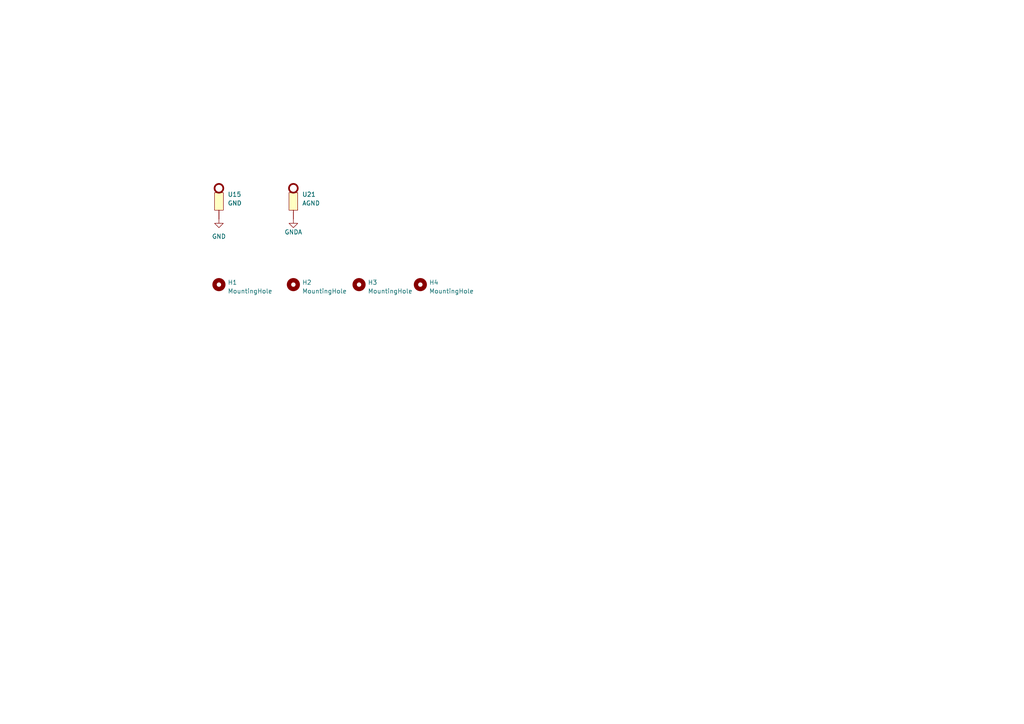
<source format=kicad_sch>
(kicad_sch (version 20230121) (generator eeschema)
  (paper "A4")
  (lib_symbols
    (symbol "05_HPM_Conn:TEST_RING"
      (property "Reference" "U" (at 0 0 0))
      (property "Value" "TEST_RING" (at 0 0 0))
      (symbol "TEST_RING_0_1"
        (rectangle (start -1.27 -1.27) (end 1.27 -6.35) (fill (type background)))
        (circle (center 0 0) (radius 1.27) (stroke (width 0.5)))
      )
      (symbol "TEST_RING_1_1"
        (pin input line (at 0 -8.89 90) (length 2.54) (name "") (number "1"))
      )
    )
    (symbol "Mechanical:MountingHole" (pin_names (offset 1.016))
      (property "Reference" "H" (at 0 5.08 0))
      (property "Value" "MountingHole" (at 0 3.175 0))
      (symbol "MountingHole_0_1"
        (circle (center 0 0) (radius 1.27) (stroke (width 1.27)))
      )
    )
    (symbol "power:GND" (power) (pin_names (offset 0))
      (property "Value" "GND" (at 0 -3.81 0))
      (symbol "GND_0_1"
        (polyline (pts (xy 0 0) (xy 0 -1.27) (xy 1.27 -1.27) (xy 0 -2.54) (xy -1.27 -1.27) (xy 0 -1.27)))
      )
      (symbol "GND_1_1"
        (pin power_in line (at 0 0 270) (length 0) hide (name "GND") (number "1"))
      )
    )
    (symbol "power:GNDA" (power) (pin_names (offset 0))
      (property "Value" "GNDA" (at 0 -3.81 0))
      (symbol "GNDA_0_1"
        (polyline (pts (xy 0 0) (xy 0 -1.27) (xy 1.27 -1.27) (xy 0 -2.54) (xy -1.27 -1.27) (xy 0 -1.27)))
      )
      (symbol "GNDA_1_1"
        (pin power_in line (at 0 0 270) (length 0) hide (name "GNDA") (number "1"))
      )
    )
  )
  (symbol (lib_id "Mechanical:MountingHole") (at 121.92 82.55 0) (unit 1)
    (property "Reference" "H4" (at 124.46 81.915 0) (effects (justify left)))
    (property "Value" "MountingHole" (at 124.46 84.455 0) (effects (justify left)))
    (property "Footprint" "MountingHole:MountingHole_3.2mm_M3_DIN965_Pad" (effects hide))
  )
  (symbol (lib_id "Mechanical:MountingHole") (at 104.14 82.55 0) (unit 1)
    (property "Reference" "H3" (at 106.68 81.915 0) (effects (justify left)))
    (property "Value" "MountingHole" (at 106.68 84.455 0) (effects (justify left)))
    (property "Footprint" "MountingHole:MountingHole_3.2mm_M3_DIN965_Pad" (effects hide))
  )
  (symbol (lib_id "05_HPM_Conn:TEST_RING") (at 85.09 54.61 0) (unit 1)
    (property "Reference" "U21" (at 87.63 56.39 0) (effects (justify left)))
    (property "Value" "AGND" (at 87.63 58.93 0) (effects (justify left)))
    (property "Footprint" "05_HPM_Conn:CONN-GND" (effects hide))
  )
  (symbol (lib_id "Mechanical:MountingHole") (at 85.09 82.55 0) (unit 1)
    (property "Reference" "H2" (at 87.63 81.915 0) (effects (justify left)))
    (property "Value" "MountingHole" (at 87.63 84.455 0) (effects (justify left)))
    (property "Footprint" "MountingHole:MountingHole_3.2mm_M3_DIN965_Pad" (effects hide))
  )
  (symbol (lib_id "power:GND") (at 63.5 63.5 0) (unit 1)
    (property "Reference" "#PWR015" (effects hide))
    (property "Value" "GND" (at 63.5 68.58 0))
  )
  (symbol (lib_id "Mechanical:MountingHole") (at 63.5 82.55 0) (unit 1)
    (property "Reference" "H1" (at 66.04 81.915 0) (effects (justify left)))
    (property "Value" "MountingHole" (at 66.04 84.455 0) (effects (justify left)))
    (property "Footprint" "MountingHole:MountingHole_3.2mm_M3_DIN965_Pad" (effects hide))
  )
  (symbol (lib_id "power:GNDA") (at 85.09 63.5 0) (unit 1)
    (property "Reference" "#PWR074" (effects hide))
    (property "Value" "GNDA" (at 85.09 67.31 0))
    (instances (project "HPMXXXX_ADC_EVK_MOTHER_BOARD_RevA" (path "" (reference "#PWR074") (unit 1)) (path "" (reference "#PWR088") (unit 1)) (path "" (reference "#PWR0113") (unit 1)) (path "" (reference "#PWR0213") (unit 1))))
  )
  (symbol (lib_id "05_HPM_Conn:TEST_RING") (at 63.5 54.61 0) (unit 1)
    (property "Reference" "U15" (at 66.04 56.39 0) (effects (justify left)))
    (property "Value" "GND" (at 66.04 58.93 0) (effects (justify left)))
    (property "Footprint" "05_HPM_Conn:CONN-GND" (effects hide))
  )
)
</source>
